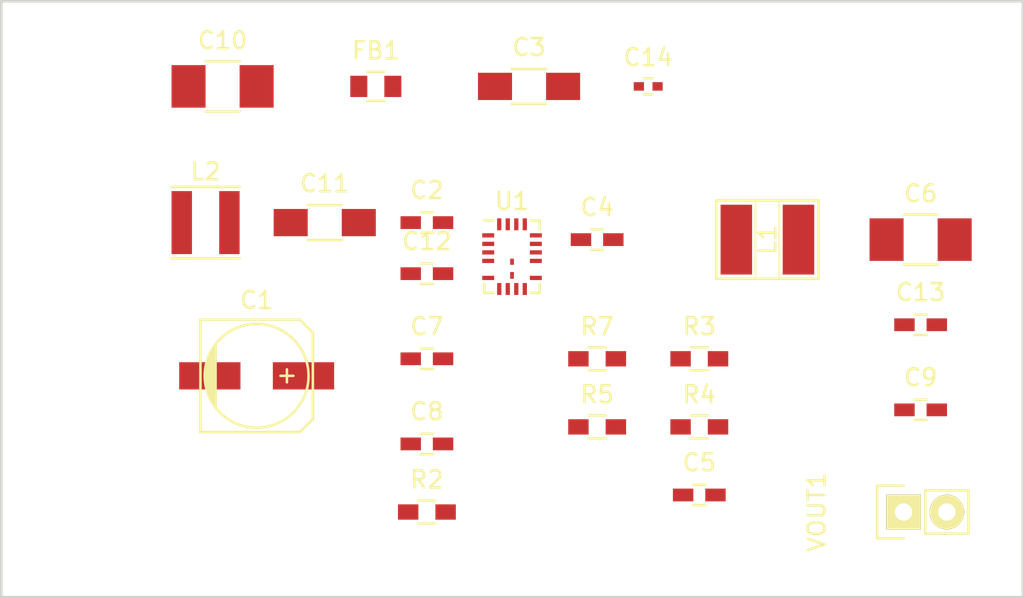
<source format=kicad_pcb>
(kicad_pcb (version 4) (host pcbnew 4.0.4+dfsg2-stable)

  (general
    (links 53)
    (no_connects 53)
    (area 95 60 160 100)
    (thickness 1.6)
    (drawings 4)
    (tracks 0)
    (zones 0)
    (modules 24)
    (nets 14)
  )

  (page A4)
  (layers
    (0 F.Cu signal)
    (31 B.Cu signal)
    (32 B.Adhes user)
    (33 F.Adhes user)
    (34 B.Paste user)
    (35 F.Paste user)
    (36 B.SilkS user)
    (37 F.SilkS user)
    (38 B.Mask user)
    (39 F.Mask user)
    (40 Dwgs.User user)
    (41 Cmts.User user)
    (42 Eco1.User user)
    (43 Eco2.User user)
    (44 Edge.Cuts user)
    (45 Margin user)
    (46 B.CrtYd user)
    (47 F.CrtYd user)
    (48 B.Fab user)
    (49 F.Fab user)
  )

  (setup
    (last_trace_width 0.25)
    (trace_clearance 0.2)
    (zone_clearance 0.508)
    (zone_45_only no)
    (trace_min 0.2)
    (segment_width 0.2)
    (edge_width 0.15)
    (via_size 0.6)
    (via_drill 0.4)
    (via_min_size 0.4)
    (via_min_drill 0.3)
    (uvia_size 0.3)
    (uvia_drill 0.1)
    (uvias_allowed no)
    (uvia_min_size 0.2)
    (uvia_min_drill 0.1)
    (pcb_text_width 0.3)
    (pcb_text_size 1.5 1.5)
    (mod_edge_width 0.15)
    (mod_text_size 1 1)
    (mod_text_width 0.15)
    (pad_size 1.524 1.524)
    (pad_drill 0.762)
    (pad_to_mask_clearance 0.2)
    (aux_axis_origin 0 0)
    (visible_elements FFFFFF7F)
    (pcbplotparams
      (layerselection 0x00030_80000001)
      (usegerberextensions false)
      (excludeedgelayer true)
      (linewidth 0.100000)
      (plotframeref false)
      (viasonmask false)
      (mode 1)
      (useauxorigin false)
      (hpglpennumber 1)
      (hpglpenspeed 20)
      (hpglpendiameter 15)
      (hpglpenoverlay 2)
      (psnegative false)
      (psa4output false)
      (plotreference true)
      (plotvalue true)
      (plotinvisibletext false)
      (padsonsilk false)
      (subtractmaskfromsilk false)
      (outputformat 1)
      (mirror false)
      (drillshape 1)
      (scaleselection 1)
      (outputdirectory ""))
  )

  (net 0 "")
  (net 1 Vemi)
  (net 2 GND)
  (net 3 VCC)
  (net 4 "Net-(C4-Pad1)")
  (net 5 "Net-(C4-Pad2)")
  (net 6 "Net-(C13-Pad1)")
  (net 7 "Net-(C5-Pad2)")
  (net 8 "Net-(C7-Pad2)")
  (net 9 "Net-(C8-Pad2)")
  (net 10 "Net-(C10-Pad1)")
  (net 11 "Net-(R2-Pad1)")
  (net 12 "Net-(R3-Pad2)")
  (net 13 "Net-(R7-Pad2)")

  (net_class Default "This is the default net class."
    (clearance 0.2)
    (trace_width 0.25)
    (via_dia 0.6)
    (via_drill 0.4)
    (uvia_dia 0.3)
    (uvia_drill 0.1)
    (add_net GND)
    (add_net "Net-(C10-Pad1)")
    (add_net "Net-(C13-Pad1)")
    (add_net "Net-(C4-Pad1)")
    (add_net "Net-(C4-Pad2)")
    (add_net "Net-(C5-Pad2)")
    (add_net "Net-(C7-Pad2)")
    (add_net "Net-(C8-Pad2)")
    (add_net "Net-(R2-Pad1)")
    (add_net "Net-(R3-Pad2)")
    (add_net "Net-(R7-Pad2)")
    (add_net VCC)
    (add_net Vemi)
  )

  (module Capacitors_SMD:c_elec_6.3x5.8 placed (layer F.Cu) (tedit 55729627) (tstamp 58725A1A)
    (at 115 87)
    (descr "SMT capacitor, aluminium electrolytic, 6.3x5.8")
    (path /586A3D39)
    (attr smd)
    (fp_text reference C1 (at 0 -4.445) (layer F.SilkS)
      (effects (font (size 1 1) (thickness 0.15)))
    )
    (fp_text value 22U (at 0 4.445) (layer F.Fab)
      (effects (font (size 1 1) (thickness 0.15)))
    )
    (fp_line (start -4.85 -3.65) (end 4.85 -3.7) (layer F.CrtYd) (width 0.05))
    (fp_line (start 4.85 -3.7) (end 4.85 3.65) (layer F.CrtYd) (width 0.05))
    (fp_line (start 4.85 3.65) (end -4.85 3.65) (layer F.CrtYd) (width 0.05))
    (fp_line (start -4.85 3.65) (end -4.85 -3.65) (layer F.CrtYd) (width 0.05))
    (fp_line (start -2.921 -0.762) (end -2.921 0.762) (layer F.SilkS) (width 0.15))
    (fp_line (start -2.794 1.143) (end -2.794 -1.143) (layer F.SilkS) (width 0.15))
    (fp_line (start -2.667 -1.397) (end -2.667 1.397) (layer F.SilkS) (width 0.15))
    (fp_line (start -2.54 1.651) (end -2.54 -1.651) (layer F.SilkS) (width 0.15))
    (fp_line (start -2.413 -1.778) (end -2.413 1.778) (layer F.SilkS) (width 0.15))
    (fp_line (start -3.302 -3.302) (end -3.302 3.302) (layer F.SilkS) (width 0.15))
    (fp_line (start -3.302 3.302) (end 2.54 3.302) (layer F.SilkS) (width 0.15))
    (fp_line (start 2.54 3.302) (end 3.302 2.54) (layer F.SilkS) (width 0.15))
    (fp_line (start 3.302 2.54) (end 3.302 -2.54) (layer F.SilkS) (width 0.15))
    (fp_line (start 3.302 -2.54) (end 2.54 -3.302) (layer F.SilkS) (width 0.15))
    (fp_line (start 2.54 -3.302) (end -3.302 -3.302) (layer F.SilkS) (width 0.15))
    (fp_line (start 2.159 0) (end 1.397 0) (layer F.SilkS) (width 0.15))
    (fp_line (start 1.778 -0.381) (end 1.778 0.381) (layer F.SilkS) (width 0.15))
    (fp_circle (center 0 0) (end -3.048 0) (layer F.SilkS) (width 0.15))
    (pad 1 smd rect (at 2.75082 0) (size 3.59918 1.6002) (layers F.Cu F.Paste F.Mask)
      (net 1 Vemi))
    (pad 2 smd rect (at -2.75082 0) (size 3.59918 1.6002) (layers F.Cu F.Paste F.Mask)
      (net 2 GND))
    (model Capacitors_SMD.3dshapes/c_elec_6.3x5.8.wrl
      (at (xyz 0 0 0))
      (scale (xyz 1 1 1))
      (rotate (xyz 0 0 0))
    )
  )

  (module Capacitors_SMD:C_0603_HandSoldering placed (layer F.Cu) (tedit 541A9B4D) (tstamp 58725A20)
    (at 125 78)
    (descr "Capacitor SMD 0603, hand soldering")
    (tags "capacitor 0603")
    (path /586A361E)
    (attr smd)
    (fp_text reference C2 (at 0 -1.9) (layer F.SilkS)
      (effects (font (size 1 1) (thickness 0.15)))
    )
    (fp_text value 1U (at 0 1.9) (layer F.Fab)
      (effects (font (size 1 1) (thickness 0.15)))
    )
    (fp_line (start -1.85 -0.75) (end 1.85 -0.75) (layer F.CrtYd) (width 0.05))
    (fp_line (start -1.85 0.75) (end 1.85 0.75) (layer F.CrtYd) (width 0.05))
    (fp_line (start -1.85 -0.75) (end -1.85 0.75) (layer F.CrtYd) (width 0.05))
    (fp_line (start 1.85 -0.75) (end 1.85 0.75) (layer F.CrtYd) (width 0.05))
    (fp_line (start -0.35 -0.6) (end 0.35 -0.6) (layer F.SilkS) (width 0.15))
    (fp_line (start 0.35 0.6) (end -0.35 0.6) (layer F.SilkS) (width 0.15))
    (pad 1 smd rect (at -0.95 0) (size 1.2 0.75) (layers F.Cu F.Paste F.Mask)
      (net 1 Vemi))
    (pad 2 smd rect (at 0.95 0) (size 1.2 0.75) (layers F.Cu F.Paste F.Mask)
      (net 2 GND))
    (model Capacitors_SMD.3dshapes/C_0603_HandSoldering.wrl
      (at (xyz 0 0 0))
      (scale (xyz 1 1 1))
      (rotate (xyz 0 0 0))
    )
  )

  (module Capacitors_SMD:C_1206_HandSoldering placed (layer F.Cu) (tedit 541A9C03) (tstamp 58725A26)
    (at 131 70)
    (descr "Capacitor SMD 1206, hand soldering")
    (tags "capacitor 1206")
    (path /586A5571)
    (attr smd)
    (fp_text reference C3 (at 0 -2.3) (layer F.SilkS)
      (effects (font (size 1 1) (thickness 0.15)))
    )
    (fp_text value 4.7U (at 0 2.3) (layer F.Fab)
      (effects (font (size 1 1) (thickness 0.15)))
    )
    (fp_line (start -3.3 -1.15) (end 3.3 -1.15) (layer F.CrtYd) (width 0.05))
    (fp_line (start -3.3 1.15) (end 3.3 1.15) (layer F.CrtYd) (width 0.05))
    (fp_line (start -3.3 -1.15) (end -3.3 1.15) (layer F.CrtYd) (width 0.05))
    (fp_line (start 3.3 -1.15) (end 3.3 1.15) (layer F.CrtYd) (width 0.05))
    (fp_line (start 1 -1.025) (end -1 -1.025) (layer F.SilkS) (width 0.15))
    (fp_line (start -1 1.025) (end 1 1.025) (layer F.SilkS) (width 0.15))
    (pad 1 smd rect (at -2 0) (size 2 1.6) (layers F.Cu F.Paste F.Mask)
      (net 3 VCC))
    (pad 2 smd rect (at 2 0) (size 2 1.6) (layers F.Cu F.Paste F.Mask)
      (net 2 GND))
    (model Capacitors_SMD.3dshapes/C_1206_HandSoldering.wrl
      (at (xyz 0 0 0))
      (scale (xyz 1 1 1))
      (rotate (xyz 0 0 0))
    )
  )

  (module Capacitors_SMD:C_0603_HandSoldering placed (layer F.Cu) (tedit 541A9B4D) (tstamp 58725A2C)
    (at 135 79)
    (descr "Capacitor SMD 0603, hand soldering")
    (tags "capacitor 0603")
    (path /586A641B)
    (attr smd)
    (fp_text reference C4 (at 0 -1.9) (layer F.SilkS)
      (effects (font (size 1 1) (thickness 0.15)))
    )
    (fp_text value 0.1U (at 0 1.9) (layer F.Fab)
      (effects (font (size 1 1) (thickness 0.15)))
    )
    (fp_line (start -1.85 -0.75) (end 1.85 -0.75) (layer F.CrtYd) (width 0.05))
    (fp_line (start -1.85 0.75) (end 1.85 0.75) (layer F.CrtYd) (width 0.05))
    (fp_line (start -1.85 -0.75) (end -1.85 0.75) (layer F.CrtYd) (width 0.05))
    (fp_line (start 1.85 -0.75) (end 1.85 0.75) (layer F.CrtYd) (width 0.05))
    (fp_line (start -0.35 -0.6) (end 0.35 -0.6) (layer F.SilkS) (width 0.15))
    (fp_line (start 0.35 0.6) (end -0.35 0.6) (layer F.SilkS) (width 0.15))
    (pad 1 smd rect (at -0.95 0) (size 1.2 0.75) (layers F.Cu F.Paste F.Mask)
      (net 4 "Net-(C4-Pad1)"))
    (pad 2 smd rect (at 0.95 0) (size 1.2 0.75) (layers F.Cu F.Paste F.Mask)
      (net 5 "Net-(C4-Pad2)"))
    (model Capacitors_SMD.3dshapes/C_0603_HandSoldering.wrl
      (at (xyz 0 0 0))
      (scale (xyz 1 1 1))
      (rotate (xyz 0 0 0))
    )
  )

  (module Capacitors_SMD:C_0603_HandSoldering placed (layer F.Cu) (tedit 541A9B4D) (tstamp 58725A32)
    (at 141 94)
    (descr "Capacitor SMD 0603, hand soldering")
    (tags "capacitor 0603")
    (path /586A856B)
    (attr smd)
    (fp_text reference C5 (at 0 -1.9) (layer F.SilkS)
      (effects (font (size 1 1) (thickness 0.15)))
    )
    (fp_text value 4.7P (at 0 1.9) (layer F.Fab)
      (effects (font (size 1 1) (thickness 0.15)))
    )
    (fp_line (start -1.85 -0.75) (end 1.85 -0.75) (layer F.CrtYd) (width 0.05))
    (fp_line (start -1.85 0.75) (end 1.85 0.75) (layer F.CrtYd) (width 0.05))
    (fp_line (start -1.85 -0.75) (end -1.85 0.75) (layer F.CrtYd) (width 0.05))
    (fp_line (start 1.85 -0.75) (end 1.85 0.75) (layer F.CrtYd) (width 0.05))
    (fp_line (start -0.35 -0.6) (end 0.35 -0.6) (layer F.SilkS) (width 0.15))
    (fp_line (start 0.35 0.6) (end -0.35 0.6) (layer F.SilkS) (width 0.15))
    (pad 1 smd rect (at -0.95 0) (size 1.2 0.75) (layers F.Cu F.Paste F.Mask)
      (net 6 "Net-(C13-Pad1)"))
    (pad 2 smd rect (at 0.95 0) (size 1.2 0.75) (layers F.Cu F.Paste F.Mask)
      (net 7 "Net-(C5-Pad2)"))
    (model Capacitors_SMD.3dshapes/C_0603_HandSoldering.wrl
      (at (xyz 0 0 0))
      (scale (xyz 1 1 1))
      (rotate (xyz 0 0 0))
    )
  )

  (module Capacitors_SMD:C_1210_HandSoldering placed (layer F.Cu) (tedit 541A9C39) (tstamp 58725A38)
    (at 154 79)
    (descr "Capacitor SMD 1210, hand soldering")
    (tags "capacitor 1210")
    (path /586A80B1)
    (attr smd)
    (fp_text reference C6 (at 0 -2.7) (layer F.SilkS)
      (effects (font (size 1 1) (thickness 0.15)))
    )
    (fp_text value 47U (at 0 2.7) (layer F.Fab)
      (effects (font (size 1 1) (thickness 0.15)))
    )
    (fp_line (start -3.3 -1.6) (end 3.3 -1.6) (layer F.CrtYd) (width 0.05))
    (fp_line (start -3.3 1.6) (end 3.3 1.6) (layer F.CrtYd) (width 0.05))
    (fp_line (start -3.3 -1.6) (end -3.3 1.6) (layer F.CrtYd) (width 0.05))
    (fp_line (start 3.3 -1.6) (end 3.3 1.6) (layer F.CrtYd) (width 0.05))
    (fp_line (start 1 -1.475) (end -1 -1.475) (layer F.SilkS) (width 0.15))
    (fp_line (start -1 1.475) (end 1 1.475) (layer F.SilkS) (width 0.15))
    (pad 1 smd rect (at -2 0) (size 2 2.5) (layers F.Cu F.Paste F.Mask)
      (net 6 "Net-(C13-Pad1)"))
    (pad 2 smd rect (at 2 0) (size 2 2.5) (layers F.Cu F.Paste F.Mask)
      (net 2 GND))
    (model Capacitors_SMD.3dshapes/C_1210_HandSoldering.wrl
      (at (xyz 0 0 0))
      (scale (xyz 1 1 1))
      (rotate (xyz 0 0 0))
    )
  )

  (module Capacitors_SMD:C_0603_HandSoldering placed (layer F.Cu) (tedit 541A9B4D) (tstamp 58725A3E)
    (at 125 86)
    (descr "Capacitor SMD 0603, hand soldering")
    (tags "capacitor 0603")
    (path /586A41E5)
    (attr smd)
    (fp_text reference C7 (at 0 -1.9) (layer F.SilkS)
      (effects (font (size 1 1) (thickness 0.15)))
    )
    (fp_text value 1U (at 0 1.9) (layer F.Fab)
      (effects (font (size 1 1) (thickness 0.15)))
    )
    (fp_line (start -1.85 -0.75) (end 1.85 -0.75) (layer F.CrtYd) (width 0.05))
    (fp_line (start -1.85 0.75) (end 1.85 0.75) (layer F.CrtYd) (width 0.05))
    (fp_line (start -1.85 -0.75) (end -1.85 0.75) (layer F.CrtYd) (width 0.05))
    (fp_line (start 1.85 -0.75) (end 1.85 0.75) (layer F.CrtYd) (width 0.05))
    (fp_line (start -0.35 -0.6) (end 0.35 -0.6) (layer F.SilkS) (width 0.15))
    (fp_line (start 0.35 0.6) (end -0.35 0.6) (layer F.SilkS) (width 0.15))
    (pad 1 smd rect (at -0.95 0) (size 1.2 0.75) (layers F.Cu F.Paste F.Mask)
      (net 2 GND))
    (pad 2 smd rect (at 0.95 0) (size 1.2 0.75) (layers F.Cu F.Paste F.Mask)
      (net 8 "Net-(C7-Pad2)"))
    (model Capacitors_SMD.3dshapes/C_0603_HandSoldering.wrl
      (at (xyz 0 0 0))
      (scale (xyz 1 1 1))
      (rotate (xyz 0 0 0))
    )
  )

  (module Capacitors_SMD:C_0603_HandSoldering placed (layer F.Cu) (tedit 541A9B4D) (tstamp 58725A44)
    (at 125 91)
    (descr "Capacitor SMD 0603, hand soldering")
    (tags "capacitor 0603")
    (path /586A463C)
    (attr smd)
    (fp_text reference C8 (at 0 -1.9) (layer F.SilkS)
      (effects (font (size 1 1) (thickness 0.15)))
    )
    (fp_text value 0.1U (at 0 1.9) (layer F.Fab)
      (effects (font (size 1 1) (thickness 0.15)))
    )
    (fp_line (start -1.85 -0.75) (end 1.85 -0.75) (layer F.CrtYd) (width 0.05))
    (fp_line (start -1.85 0.75) (end 1.85 0.75) (layer F.CrtYd) (width 0.05))
    (fp_line (start -1.85 -0.75) (end -1.85 0.75) (layer F.CrtYd) (width 0.05))
    (fp_line (start 1.85 -0.75) (end 1.85 0.75) (layer F.CrtYd) (width 0.05))
    (fp_line (start -0.35 -0.6) (end 0.35 -0.6) (layer F.SilkS) (width 0.15))
    (fp_line (start 0.35 0.6) (end -0.35 0.6) (layer F.SilkS) (width 0.15))
    (pad 1 smd rect (at -0.95 0) (size 1.2 0.75) (layers F.Cu F.Paste F.Mask)
      (net 2 GND))
    (pad 2 smd rect (at 0.95 0) (size 1.2 0.75) (layers F.Cu F.Paste F.Mask)
      (net 9 "Net-(C8-Pad2)"))
    (model Capacitors_SMD.3dshapes/C_0603_HandSoldering.wrl
      (at (xyz 0 0 0))
      (scale (xyz 1 1 1))
      (rotate (xyz 0 0 0))
    )
  )

  (module Capacitors_SMD:C_0603_HandSoldering placed (layer F.Cu) (tedit 541A9B4D) (tstamp 58725A4A)
    (at 154 89)
    (descr "Capacitor SMD 0603, hand soldering")
    (tags "capacitor 0603")
    (path /586A814B)
    (attr smd)
    (fp_text reference C9 (at 0 -1.9) (layer F.SilkS)
      (effects (font (size 1 1) (thickness 0.15)))
    )
    (fp_text value 4.7U (at 0 1.9) (layer F.Fab)
      (effects (font (size 1 1) (thickness 0.15)))
    )
    (fp_line (start -1.85 -0.75) (end 1.85 -0.75) (layer F.CrtYd) (width 0.05))
    (fp_line (start -1.85 0.75) (end 1.85 0.75) (layer F.CrtYd) (width 0.05))
    (fp_line (start -1.85 -0.75) (end -1.85 0.75) (layer F.CrtYd) (width 0.05))
    (fp_line (start 1.85 -0.75) (end 1.85 0.75) (layer F.CrtYd) (width 0.05))
    (fp_line (start -0.35 -0.6) (end 0.35 -0.6) (layer F.SilkS) (width 0.15))
    (fp_line (start 0.35 0.6) (end -0.35 0.6) (layer F.SilkS) (width 0.15))
    (pad 1 smd rect (at -0.95 0) (size 1.2 0.75) (layers F.Cu F.Paste F.Mask)
      (net 6 "Net-(C13-Pad1)"))
    (pad 2 smd rect (at 0.95 0) (size 1.2 0.75) (layers F.Cu F.Paste F.Mask)
      (net 2 GND))
    (model Capacitors_SMD.3dshapes/C_0603_HandSoldering.wrl
      (at (xyz 0 0 0))
      (scale (xyz 1 1 1))
      (rotate (xyz 0 0 0))
    )
  )

  (module Capacitors_SMD:C_1210_HandSoldering placed (layer F.Cu) (tedit 541A9C39) (tstamp 58725A50)
    (at 113 70)
    (descr "Capacitor SMD 1210, hand soldering")
    (tags "capacitor 1210")
    (path /586A5506)
    (attr smd)
    (fp_text reference C10 (at 0 -2.7) (layer F.SilkS)
      (effects (font (size 1 1) (thickness 0.15)))
    )
    (fp_text value 10U (at 0 2.7) (layer F.Fab)
      (effects (font (size 1 1) (thickness 0.15)))
    )
    (fp_line (start -3.3 -1.6) (end 3.3 -1.6) (layer F.CrtYd) (width 0.05))
    (fp_line (start -3.3 1.6) (end 3.3 1.6) (layer F.CrtYd) (width 0.05))
    (fp_line (start -3.3 -1.6) (end -3.3 1.6) (layer F.CrtYd) (width 0.05))
    (fp_line (start 3.3 -1.6) (end 3.3 1.6) (layer F.CrtYd) (width 0.05))
    (fp_line (start 1 -1.475) (end -1 -1.475) (layer F.SilkS) (width 0.15))
    (fp_line (start -1 1.475) (end 1 1.475) (layer F.SilkS) (width 0.15))
    (pad 1 smd rect (at -2 0) (size 2 2.5) (layers F.Cu F.Paste F.Mask)
      (net 10 "Net-(C10-Pad1)"))
    (pad 2 smd rect (at 2 0) (size 2 2.5) (layers F.Cu F.Paste F.Mask)
      (net 2 GND))
    (model Capacitors_SMD.3dshapes/C_1210_HandSoldering.wrl
      (at (xyz 0 0 0))
      (scale (xyz 1 1 1))
      (rotate (xyz 0 0 0))
    )
  )

  (module Capacitors_SMD:C_1206_HandSoldering placed (layer F.Cu) (tedit 541A9C03) (tstamp 58725A56)
    (at 119 78)
    (descr "Capacitor SMD 1206, hand soldering")
    (tags "capacitor 1206")
    (path /586A3C35)
    (attr smd)
    (fp_text reference C11 (at 0 -2.3) (layer F.SilkS)
      (effects (font (size 1 1) (thickness 0.15)))
    )
    (fp_text value 10U (at 0 2.3) (layer F.Fab)
      (effects (font (size 1 1) (thickness 0.15)))
    )
    (fp_line (start -3.3 -1.15) (end 3.3 -1.15) (layer F.CrtYd) (width 0.05))
    (fp_line (start -3.3 1.15) (end 3.3 1.15) (layer F.CrtYd) (width 0.05))
    (fp_line (start -3.3 -1.15) (end -3.3 1.15) (layer F.CrtYd) (width 0.05))
    (fp_line (start 3.3 -1.15) (end 3.3 1.15) (layer F.CrtYd) (width 0.05))
    (fp_line (start 1 -1.025) (end -1 -1.025) (layer F.SilkS) (width 0.15))
    (fp_line (start -1 1.025) (end 1 1.025) (layer F.SilkS) (width 0.15))
    (pad 1 smd rect (at -2 0) (size 2 1.6) (layers F.Cu F.Paste F.Mask)
      (net 1 Vemi))
    (pad 2 smd rect (at 2 0) (size 2 1.6) (layers F.Cu F.Paste F.Mask)
      (net 2 GND))
    (model Capacitors_SMD.3dshapes/C_1206_HandSoldering.wrl
      (at (xyz 0 0 0))
      (scale (xyz 1 1 1))
      (rotate (xyz 0 0 0))
    )
  )

  (module Capacitors_SMD:C_0603_HandSoldering placed (layer F.Cu) (tedit 541A9B4D) (tstamp 58725A5C)
    (at 125 81)
    (descr "Capacitor SMD 0603, hand soldering")
    (tags "capacitor 0603")
    (path /586A3A47)
    (attr smd)
    (fp_text reference C12 (at 0 -1.9) (layer F.SilkS)
      (effects (font (size 1 1) (thickness 0.15)))
    )
    (fp_text value 1U (at 0 1.9) (layer F.Fab)
      (effects (font (size 1 1) (thickness 0.15)))
    )
    (fp_line (start -1.85 -0.75) (end 1.85 -0.75) (layer F.CrtYd) (width 0.05))
    (fp_line (start -1.85 0.75) (end 1.85 0.75) (layer F.CrtYd) (width 0.05))
    (fp_line (start -1.85 -0.75) (end -1.85 0.75) (layer F.CrtYd) (width 0.05))
    (fp_line (start 1.85 -0.75) (end 1.85 0.75) (layer F.CrtYd) (width 0.05))
    (fp_line (start -0.35 -0.6) (end 0.35 -0.6) (layer F.SilkS) (width 0.15))
    (fp_line (start 0.35 0.6) (end -0.35 0.6) (layer F.SilkS) (width 0.15))
    (pad 1 smd rect (at -0.95 0) (size 1.2 0.75) (layers F.Cu F.Paste F.Mask)
      (net 1 Vemi))
    (pad 2 smd rect (at 0.95 0) (size 1.2 0.75) (layers F.Cu F.Paste F.Mask)
      (net 2 GND))
    (model Capacitors_SMD.3dshapes/C_0603_HandSoldering.wrl
      (at (xyz 0 0 0))
      (scale (xyz 1 1 1))
      (rotate (xyz 0 0 0))
    )
  )

  (module Capacitors_SMD:C_0603_HandSoldering placed (layer F.Cu) (tedit 541A9B4D) (tstamp 58725A62)
    (at 154 84)
    (descr "Capacitor SMD 0603, hand soldering")
    (tags "capacitor 0603")
    (path /586A810E)
    (attr smd)
    (fp_text reference C13 (at 0 -1.9) (layer F.SilkS)
      (effects (font (size 1 1) (thickness 0.15)))
    )
    (fp_text value 1U (at 0 1.9) (layer F.Fab)
      (effects (font (size 1 1) (thickness 0.15)))
    )
    (fp_line (start -1.85 -0.75) (end 1.85 -0.75) (layer F.CrtYd) (width 0.05))
    (fp_line (start -1.85 0.75) (end 1.85 0.75) (layer F.CrtYd) (width 0.05))
    (fp_line (start -1.85 -0.75) (end -1.85 0.75) (layer F.CrtYd) (width 0.05))
    (fp_line (start 1.85 -0.75) (end 1.85 0.75) (layer F.CrtYd) (width 0.05))
    (fp_line (start -0.35 -0.6) (end 0.35 -0.6) (layer F.SilkS) (width 0.15))
    (fp_line (start 0.35 0.6) (end -0.35 0.6) (layer F.SilkS) (width 0.15))
    (pad 1 smd rect (at -0.95 0) (size 1.2 0.75) (layers F.Cu F.Paste F.Mask)
      (net 6 "Net-(C13-Pad1)"))
    (pad 2 smd rect (at 0.95 0) (size 1.2 0.75) (layers F.Cu F.Paste F.Mask)
      (net 2 GND))
    (model Capacitors_SMD.3dshapes/C_0603_HandSoldering.wrl
      (at (xyz 0 0 0))
      (scale (xyz 1 1 1))
      (rotate (xyz 0 0 0))
    )
  )

  (module Capacitors_SMD:C_0402 placed (layer F.Cu) (tedit 5415D599) (tstamp 58725A68)
    (at 138 70)
    (descr "Capacitor SMD 0402, reflow soldering, AVX (see smccp.pdf)")
    (tags "capacitor 0402")
    (path /586A55E9)
    (attr smd)
    (fp_text reference C14 (at 0 -1.7) (layer F.SilkS)
      (effects (font (size 1 1) (thickness 0.15)))
    )
    (fp_text value 0.1U (at 0 1.7) (layer F.Fab)
      (effects (font (size 1 1) (thickness 0.15)))
    )
    (fp_line (start -1.15 -0.6) (end 1.15 -0.6) (layer F.CrtYd) (width 0.05))
    (fp_line (start -1.15 0.6) (end 1.15 0.6) (layer F.CrtYd) (width 0.05))
    (fp_line (start -1.15 -0.6) (end -1.15 0.6) (layer F.CrtYd) (width 0.05))
    (fp_line (start 1.15 -0.6) (end 1.15 0.6) (layer F.CrtYd) (width 0.05))
    (fp_line (start 0.25 -0.475) (end -0.25 -0.475) (layer F.SilkS) (width 0.15))
    (fp_line (start -0.25 0.475) (end 0.25 0.475) (layer F.SilkS) (width 0.15))
    (pad 1 smd rect (at -0.55 0) (size 0.6 0.5) (layers F.Cu F.Paste F.Mask)
      (net 3 VCC))
    (pad 2 smd rect (at 0.55 0) (size 0.6 0.5) (layers F.Cu F.Paste F.Mask)
      (net 2 GND))
    (model Capacitors_SMD.3dshapes/C_0402.wrl
      (at (xyz 0 0 0))
      (scale (xyz 1 1 1))
      (rotate (xyz 0 0 0))
    )
  )

  (module Capacitors_SMD:C_0805 placed (layer F.Cu) (tedit 5415D6EA) (tstamp 58725A6E)
    (at 122 70)
    (descr "Capacitor SMD 0805, reflow soldering, AVX (see smccp.pdf)")
    (tags "capacitor 0805")
    (path /586A5689)
    (attr smd)
    (fp_text reference FB1 (at 0 -2.1) (layer F.SilkS)
      (effects (font (size 1 1) (thickness 0.15)))
    )
    (fp_text value "Ferrite Beads" (at 0 2.1) (layer F.Fab)
      (effects (font (size 1 1) (thickness 0.15)))
    )
    (fp_line (start -1.8 -1) (end 1.8 -1) (layer F.CrtYd) (width 0.05))
    (fp_line (start -1.8 1) (end 1.8 1) (layer F.CrtYd) (width 0.05))
    (fp_line (start -1.8 -1) (end -1.8 1) (layer F.CrtYd) (width 0.05))
    (fp_line (start 1.8 -1) (end 1.8 1) (layer F.CrtYd) (width 0.05))
    (fp_line (start 0.5 -0.85) (end -0.5 -0.85) (layer F.SilkS) (width 0.15))
    (fp_line (start -0.5 0.85) (end 0.5 0.85) (layer F.SilkS) (width 0.15))
    (pad 1 smd rect (at -1 0) (size 1 1.25) (layers F.Cu F.Paste F.Mask)
      (net 3 VCC))
    (pad 2 smd rect (at 1 0) (size 1 1.25) (layers F.Cu F.Paste F.Mask)
      (net 10 "Net-(C10-Pad1)"))
    (model Capacitors_SMD.3dshapes/C_0805.wrl
      (at (xyz 0 0 0))
      (scale (xyz 1 1 1))
      (rotate (xyz 0 0 0))
    )
  )

  (module "LT8614 5V Low Noise Buck:inductor-smd-2020-50x50" placed (layer F.Cu) (tedit 565DDC6C) (tstamp 58725A7A)
    (at 145 79)
    (path /586A65E6)
    (fp_text reference L1 (at 0 0 90) (layer F.SilkS)
      (effects (font (size 1 1) (thickness 0.15)))
    )
    (fp_text value 1.5U (at 0 -3.2) (layer F.Fab)
      (effects (font (size 1 1) (thickness 0.15)))
    )
    (fp_line (start 0.7 -2.3) (end 0.7 2.3) (layer F.SilkS) (width 0.1))
    (fp_line (start -0.7 -2.3) (end -0.7 2.3) (layer F.SilkS) (width 0.1))
    (fp_line (start -3 2.3) (end -3 -2.3) (layer F.SilkS) (width 0.15))
    (fp_line (start 3 2.3) (end -3 2.3) (layer F.SilkS) (width 0.15))
    (fp_line (start 3 -2.3) (end 3 2.3) (layer F.SilkS) (width 0.15))
    (fp_line (start -3 -2.3) (end 3 -2.3) (layer F.SilkS) (width 0.15))
    (pad 1 smd rect (at -1.825 0) (size 1.85 4.1) (layers F.Cu F.Paste F.Mask)
      (net 5 "Net-(C4-Pad2)"))
    (pad 2 smd rect (at 1.825 0) (size 1.85 4.1) (layers F.Cu F.Paste F.Mask)
      (net 6 "Net-(C13-Pad1)"))
  )

  (module "LT8614 5V Low Noise Buck:Inductor_Taiyo-Yuden_MD-4040" placed (layer F.Cu) (tedit 57461BF5) (tstamp 58725A8A)
    (at 112 78)
    (descr "Inductor, Taiyo Yuden, MD series, Taiyo-Yuden_MD-4040, 4.0mmx4.0mm")
    (tags "inductor taiyo-yuden md smd")
    (path /586A5323)
    (attr smd)
    (fp_text reference L2 (at 0 -3) (layer F.SilkS)
      (effects (font (size 1 1) (thickness 0.15)))
    )
    (fp_text value 0.22U (at 0 3.5) (layer F.Fab)
      (effects (font (size 1 1) (thickness 0.15)))
    )
    (fp_line (start -2 -2) (end -2 2) (layer F.Fab) (width 0.15))
    (fp_line (start -2 2) (end 2 2) (layer F.Fab) (width 0.15))
    (fp_line (start 2 2) (end 2 -2) (layer F.Fab) (width 0.15))
    (fp_line (start 2 -2) (end -2 -2) (layer F.Fab) (width 0.15))
    (fp_line (start -2 -2.1) (end 2 -2.1) (layer F.SilkS) (width 0.15))
    (fp_line (start -2 2.1) (end 2 2.1) (layer F.SilkS) (width 0.15))
    (fp_line (start -2.25 -2.25) (end -2.25 2.25) (layer F.CrtYd) (width 0.05))
    (fp_line (start -2.25 2.25) (end 2.25 2.25) (layer F.CrtYd) (width 0.05))
    (fp_line (start 2.25 2.25) (end 2.25 -2.25) (layer F.CrtYd) (width 0.05))
    (fp_line (start 2.25 -2.25) (end -2.25 -2.25) (layer F.CrtYd) (width 0.05))
    (pad 1 smd rect (at -1.4 0) (size 1.2 3.7) (layers F.Cu F.Paste F.Mask)
      (net 10 "Net-(C10-Pad1)"))
    (pad 2 smd rect (at 1.4 0) (size 1.2 3.7) (layers F.Cu F.Paste F.Mask)
      (net 1 Vemi))
    (model Inductors.3dshapes/Inductor_Taiyo-Yuden_MD-4040.wrl
      (at (xyz 0 0 0))
      (scale (xyz 1 1 1))
      (rotate (xyz 0 0 0))
    )
  )

  (module Resistors_SMD:R_0603_HandSoldering placed (layer F.Cu) (tedit 5418A00F) (tstamp 58725A90)
    (at 125 95)
    (descr "Resistor SMD 0603, hand soldering")
    (tags "resistor 0603")
    (path /586A478E)
    (attr smd)
    (fp_text reference R2 (at 0 -1.9) (layer F.SilkS)
      (effects (font (size 1 1) (thickness 0.15)))
    )
    (fp_text value 18.2K (at 0 1.9) (layer F.Fab)
      (effects (font (size 1 1) (thickness 0.15)))
    )
    (fp_line (start -2 -0.8) (end 2 -0.8) (layer F.CrtYd) (width 0.05))
    (fp_line (start -2 0.8) (end 2 0.8) (layer F.CrtYd) (width 0.05))
    (fp_line (start -2 -0.8) (end -2 0.8) (layer F.CrtYd) (width 0.05))
    (fp_line (start 2 -0.8) (end 2 0.8) (layer F.CrtYd) (width 0.05))
    (fp_line (start 0.5 0.675) (end -0.5 0.675) (layer F.SilkS) (width 0.15))
    (fp_line (start -0.5 -0.675) (end 0.5 -0.675) (layer F.SilkS) (width 0.15))
    (pad 1 smd rect (at -1.1 0) (size 1.2 0.9) (layers F.Cu F.Paste F.Mask)
      (net 11 "Net-(R2-Pad1)"))
    (pad 2 smd rect (at 1.1 0) (size 1.2 0.9) (layers F.Cu F.Paste F.Mask)
      (net 2 GND))
    (model Resistors_SMD.3dshapes/R_0603_HandSoldering.wrl
      (at (xyz 0 0 0))
      (scale (xyz 1 1 1))
      (rotate (xyz 0 0 0))
    )
  )

  (module Resistors_SMD:R_0603_HandSoldering placed (layer F.Cu) (tedit 5418A00F) (tstamp 58725A96)
    (at 141 86)
    (descr "Resistor SMD 0603, hand soldering")
    (tags "resistor 0603")
    (path /586A8E63)
    (attr smd)
    (fp_text reference R3 (at 0 -1.9) (layer F.SilkS)
      (effects (font (size 1 1) (thickness 0.15)))
    )
    (fp_text value 100K (at 0 1.9) (layer F.Fab)
      (effects (font (size 1 1) (thickness 0.15)))
    )
    (fp_line (start -2 -0.8) (end 2 -0.8) (layer F.CrtYd) (width 0.05))
    (fp_line (start -2 0.8) (end 2 0.8) (layer F.CrtYd) (width 0.05))
    (fp_line (start -2 -0.8) (end -2 0.8) (layer F.CrtYd) (width 0.05))
    (fp_line (start 2 -0.8) (end 2 0.8) (layer F.CrtYd) (width 0.05))
    (fp_line (start 0.5 0.675) (end -0.5 0.675) (layer F.SilkS) (width 0.15))
    (fp_line (start -0.5 -0.675) (end 0.5 -0.675) (layer F.SilkS) (width 0.15))
    (pad 1 smd rect (at -1.1 0) (size 1.2 0.9) (layers F.Cu F.Paste F.Mask)
      (net 6 "Net-(C13-Pad1)"))
    (pad 2 smd rect (at 1.1 0) (size 1.2 0.9) (layers F.Cu F.Paste F.Mask)
      (net 12 "Net-(R3-Pad2)"))
    (model Resistors_SMD.3dshapes/R_0603_HandSoldering.wrl
      (at (xyz 0 0 0))
      (scale (xyz 1 1 1))
      (rotate (xyz 0 0 0))
    )
  )

  (module Resistors_SMD:R_0603_HandSoldering placed (layer F.Cu) (tedit 5418A00F) (tstamp 58725A9C)
    (at 141 90)
    (descr "Resistor SMD 0603, hand soldering")
    (tags "resistor 0603")
    (path /586A88E7)
    (attr smd)
    (fp_text reference R4 (at 0 -1.9) (layer F.SilkS)
      (effects (font (size 1 1) (thickness 0.15)))
    )
    (fp_text value 1M (at 0 1.9) (layer F.Fab)
      (effects (font (size 1 1) (thickness 0.15)))
    )
    (fp_line (start -2 -0.8) (end 2 -0.8) (layer F.CrtYd) (width 0.05))
    (fp_line (start -2 0.8) (end 2 0.8) (layer F.CrtYd) (width 0.05))
    (fp_line (start -2 -0.8) (end -2 0.8) (layer F.CrtYd) (width 0.05))
    (fp_line (start 2 -0.8) (end 2 0.8) (layer F.CrtYd) (width 0.05))
    (fp_line (start 0.5 0.675) (end -0.5 0.675) (layer F.SilkS) (width 0.15))
    (fp_line (start -0.5 -0.675) (end 0.5 -0.675) (layer F.SilkS) (width 0.15))
    (pad 1 smd rect (at -1.1 0) (size 1.2 0.9) (layers F.Cu F.Paste F.Mask)
      (net 6 "Net-(C13-Pad1)"))
    (pad 2 smd rect (at 1.1 0) (size 1.2 0.9) (layers F.Cu F.Paste F.Mask)
      (net 7 "Net-(C5-Pad2)"))
    (model Resistors_SMD.3dshapes/R_0603_HandSoldering.wrl
      (at (xyz 0 0 0))
      (scale (xyz 1 1 1))
      (rotate (xyz 0 0 0))
    )
  )

  (module Resistors_SMD:R_0603_HandSoldering placed (layer F.Cu) (tedit 5418A00F) (tstamp 58725AA2)
    (at 135 90)
    (descr "Resistor SMD 0603, hand soldering")
    (tags "resistor 0603")
    (path /586A8C04)
    (attr smd)
    (fp_text reference R5 (at 0 -1.9) (layer F.SilkS)
      (effects (font (size 1 1) (thickness 0.15)))
    )
    (fp_text value 24.3K (at 0 1.9) (layer F.Fab)
      (effects (font (size 1 1) (thickness 0.15)))
    )
    (fp_line (start -2 -0.8) (end 2 -0.8) (layer F.CrtYd) (width 0.05))
    (fp_line (start -2 0.8) (end 2 0.8) (layer F.CrtYd) (width 0.05))
    (fp_line (start -2 -0.8) (end -2 0.8) (layer F.CrtYd) (width 0.05))
    (fp_line (start 2 -0.8) (end 2 0.8) (layer F.CrtYd) (width 0.05))
    (fp_line (start 0.5 0.675) (end -0.5 0.675) (layer F.SilkS) (width 0.15))
    (fp_line (start -0.5 -0.675) (end 0.5 -0.675) (layer F.SilkS) (width 0.15))
    (pad 1 smd rect (at -1.1 0) (size 1.2 0.9) (layers F.Cu F.Paste F.Mask)
      (net 7 "Net-(C5-Pad2)"))
    (pad 2 smd rect (at 1.1 0) (size 1.2 0.9) (layers F.Cu F.Paste F.Mask)
      (net 2 GND))
    (model Resistors_SMD.3dshapes/R_0603_HandSoldering.wrl
      (at (xyz 0 0 0))
      (scale (xyz 1 1 1))
      (rotate (xyz 0 0 0))
    )
  )

  (module Resistors_SMD:R_0603_HandSoldering placed (layer F.Cu) (tedit 5418A00F) (tstamp 58725AA8)
    (at 135 86)
    (descr "Resistor SMD 0603, hand soldering")
    (tags "resistor 0603")
    (path /586A8DB1)
    (attr smd)
    (fp_text reference R7 (at 0 -1.9) (layer F.SilkS)
      (effects (font (size 1 1) (thickness 0.15)))
    )
    (fp_text value 0 (at 0 1.9) (layer F.Fab)
      (effects (font (size 1 1) (thickness 0.15)))
    )
    (fp_line (start -2 -0.8) (end 2 -0.8) (layer F.CrtYd) (width 0.05))
    (fp_line (start -2 0.8) (end 2 0.8) (layer F.CrtYd) (width 0.05))
    (fp_line (start -2 -0.8) (end -2 0.8) (layer F.CrtYd) (width 0.05))
    (fp_line (start 2 -0.8) (end 2 0.8) (layer F.CrtYd) (width 0.05))
    (fp_line (start 0.5 0.675) (end -0.5 0.675) (layer F.SilkS) (width 0.15))
    (fp_line (start -0.5 -0.675) (end 0.5 -0.675) (layer F.SilkS) (width 0.15))
    (pad 1 smd rect (at -1.1 0) (size 1.2 0.9) (layers F.Cu F.Paste F.Mask)
      (net 6 "Net-(C13-Pad1)"))
    (pad 2 smd rect (at 1.1 0) (size 1.2 0.9) (layers F.Cu F.Paste F.Mask)
      (net 13 "Net-(R7-Pad2)"))
    (model Resistors_SMD.3dshapes/R_0603_HandSoldering.wrl
      (at (xyz 0 0 0))
      (scale (xyz 1 1 1))
      (rotate (xyz 0 0 0))
    )
  )

  (module "LT8614 5V Low Noise Buck:LT8614" placed (layer F.Cu) (tedit 587254DF) (tstamp 58725AD0)
    (at 130 80)
    (descr "UDC Package; 20-Lead Plastic QFN (3mm x 4mm); (see Linear Technology QFN_20_05-08-1742.pdf)")
    (tags "QFN 0.5")
    (path /586A3539)
    (attr smd)
    (fp_text reference U1 (at 0 -3.25) (layer F.SilkS)
      (effects (font (size 1 1) (thickness 0.15)))
    )
    (fp_text value LT8614EUDC (at 0 3.25) (layer F.Fab)
      (effects (font (size 1 1) (thickness 0.15)))
    )
    (fp_line (start -0.5 -2) (end 1.5 -2) (layer F.Fab) (width 0.15))
    (fp_line (start 1.5 -2) (end 1.5 2) (layer F.Fab) (width 0.15))
    (fp_line (start 1.5 2) (end -1.5 2) (layer F.Fab) (width 0.15))
    (fp_line (start -1.5 2) (end -1.5 -1) (layer F.Fab) (width 0.15))
    (fp_line (start -1.5 -1) (end -0.5 -2) (layer F.Fab) (width 0.15))
    (fp_line (start -2 -2.5) (end -2 2.5) (layer F.CrtYd) (width 0.05))
    (fp_line (start 2 -2.5) (end 2 2.5) (layer F.CrtYd) (width 0.05))
    (fp_line (start -2 -2.5) (end 2 -2.5) (layer F.CrtYd) (width 0.05))
    (fp_line (start -2 2.5) (end 2 2.5) (layer F.CrtYd) (width 0.05))
    (fp_line (start 1.625 -2.125) (end 1.625 -1.6) (layer F.SilkS) (width 0.15))
    (fp_line (start -1.625 2.125) (end -1.625 1.6) (layer F.SilkS) (width 0.15))
    (fp_line (start 1.625 2.125) (end 1.625 1.6) (layer F.SilkS) (width 0.15))
    (fp_line (start -1.625 -2.125) (end -1.1 -2.125) (layer F.SilkS) (width 0.15))
    (fp_line (start -1.625 2.125) (end -1.1 2.125) (layer F.SilkS) (width 0.15))
    (fp_line (start 1.625 2.125) (end 1.1 2.125) (layer F.SilkS) (width 0.15))
    (fp_line (start 1.625 -2.125) (end 1.1 -2.125) (layer F.SilkS) (width 0.15))
    (pad 1 smd rect (at -1.4 -1.25) (size 0.7 0.25) (layers F.Cu F.Paste F.Mask)
      (net 13 "Net-(R7-Pad2)"))
    (pad 2 smd rect (at -1.4 -0.75) (size 0.7 0.25) (layers F.Cu F.Paste F.Mask)
      (net 8 "Net-(C7-Pad2)"))
    (pad 3 smd rect (at -1.4 -0.25) (size 0.7 0.25) (layers F.Cu F.Paste F.Mask)
      (net 4 "Net-(C4-Pad1)"))
    (pad 4 smd rect (at -1.4 0.25) (size 0.7 0.25) (layers F.Cu F.Paste F.Mask)
      (net 1 Vemi))
    (pad 6 smd rect (at -1.4 1.25) (size 0.7 0.25) (layers F.Cu F.Paste F.Mask)
      (net 2 GND))
    (pad 7 smd rect (at -0.75 1.9 90) (size 0.7 0.25) (layers F.Cu F.Paste F.Mask)
      (net 2 GND))
    (pad 8 smd rect (at -0.25 1.9 90) (size 0.7 0.25) (layers F.Cu F.Paste F.Mask)
      (net 5 "Net-(C4-Pad2)"))
    (pad 9 smd rect (at 0.25 1.9 90) (size 0.7 0.25) (layers F.Cu F.Paste F.Mask)
      (net 5 "Net-(C4-Pad2)"))
    (pad 10 smd rect (at 0.75 1.9 90) (size 0.7 0.25) (layers F.Cu F.Paste F.Mask)
      (net 2 GND))
    (pad 11 smd rect (at 1.4 1.25) (size 0.7 0.25) (layers F.Cu F.Paste F.Mask)
      (net 2 GND))
    (pad 13 smd rect (at 1.4 0.25) (size 0.7 0.25) (layers F.Cu F.Paste F.Mask)
      (net 1 Vemi))
    (pad 14 smd rect (at 1.4 -0.25) (size 0.7 0.25) (layers F.Cu F.Paste F.Mask)
      (net 1 Vemi))
    (pad 15 smd rect (at 1.4 -0.75) (size 0.7 0.25) (layers F.Cu F.Paste F.Mask)
      (net 11 "Net-(R2-Pad1)"))
    (pad 16 smd rect (at 1.4 -1.25) (size 0.7 0.25) (layers F.Cu F.Paste F.Mask)
      (net 9 "Net-(C8-Pad2)"))
    (pad 17 smd rect (at 0.75 -1.9 90) (size 0.7 0.25) (layers F.Cu F.Paste F.Mask)
      (net 2 GND))
    (pad 18 smd rect (at 0.25 -1.9 90) (size 0.7 0.25) (layers F.Cu F.Paste F.Mask)
      (net 2 GND))
    (pad 19 smd rect (at -0.25 -1.9 90) (size 0.7 0.25) (layers F.Cu F.Paste F.Mask)
      (net 12 "Net-(R3-Pad2)"))
    (pad 20 smd rect (at -0.75 -1.9 90) (size 0.7 0.25) (layers F.Cu F.Paste F.Mask)
      (net 7 "Net-(C5-Pad2)"))
    (pad 22 smd rect (at 0 0.3) (size 0.22 0.356) (layers F.Cu F.Paste F.Mask)
      (net 5 "Net-(C4-Pad2)"))
    (pad 21 smd rect (at 0 1.1) (size 0.22 0.4) (layers F.Cu F.Paste F.Mask)
      (net 5 "Net-(C4-Pad2)"))
    (model Housings_DFN_QFN.3dshapes/QFN-20-1EP_3x4mm_Pitch0.5mm.wrl
      (at (xyz 0 0 0))
      (scale (xyz 1 1 1))
      (rotate (xyz 0 0 0))
    )
  )

  (module Pin_Headers:Pin_Header_Straight_1x02 placed (layer F.Cu) (tedit 54EA090C) (tstamp 58725AD6)
    (at 153 95 90)
    (descr "Through hole pin header")
    (tags "pin header")
    (path /586A7B43)
    (fp_text reference VOUT1 (at 0 -5.1 90) (layer F.SilkS)
      (effects (font (size 1 1) (thickness 0.15)))
    )
    (fp_text value 5V (at 0 -3.1 90) (layer F.Fab)
      (effects (font (size 1 1) (thickness 0.15)))
    )
    (fp_line (start 1.27 1.27) (end 1.27 3.81) (layer F.SilkS) (width 0.15))
    (fp_line (start 1.55 -1.55) (end 1.55 0) (layer F.SilkS) (width 0.15))
    (fp_line (start -1.75 -1.75) (end -1.75 4.3) (layer F.CrtYd) (width 0.05))
    (fp_line (start 1.75 -1.75) (end 1.75 4.3) (layer F.CrtYd) (width 0.05))
    (fp_line (start -1.75 -1.75) (end 1.75 -1.75) (layer F.CrtYd) (width 0.05))
    (fp_line (start -1.75 4.3) (end 1.75 4.3) (layer F.CrtYd) (width 0.05))
    (fp_line (start 1.27 1.27) (end -1.27 1.27) (layer F.SilkS) (width 0.15))
    (fp_line (start -1.55 0) (end -1.55 -1.55) (layer F.SilkS) (width 0.15))
    (fp_line (start -1.55 -1.55) (end 1.55 -1.55) (layer F.SilkS) (width 0.15))
    (fp_line (start -1.27 1.27) (end -1.27 3.81) (layer F.SilkS) (width 0.15))
    (fp_line (start -1.27 3.81) (end 1.27 3.81) (layer F.SilkS) (width 0.15))
    (pad 1 thru_hole rect (at 0 0 90) (size 2.032 2.032) (drill 1.016) (layers *.Cu *.Mask F.SilkS)
      (net 6 "Net-(C13-Pad1)"))
    (pad 2 thru_hole oval (at 0 2.54 90) (size 2.032 2.032) (drill 1.016) (layers *.Cu *.Mask F.SilkS)
      (net 2 GND))
    (model Pin_Headers.3dshapes/Pin_Header_Straight_1x02.wrl
      (at (xyz 0 -0.05 0))
      (scale (xyz 1 1 1))
      (rotate (xyz 0 0 90))
    )
  )

  (gr_line (start 100 65) (end 100 100) (angle 90) (layer Edge.Cuts) (width 0.15))
  (gr_line (start 160 65) (end 100 65) (angle 90) (layer Edge.Cuts) (width 0.15))
  (gr_line (start 160 100) (end 160 65) (angle 90) (layer Edge.Cuts) (width 0.15))
  (gr_line (start 100 100) (end 160 100) (angle 90) (layer Edge.Cuts) (width 0.15))

)

</source>
